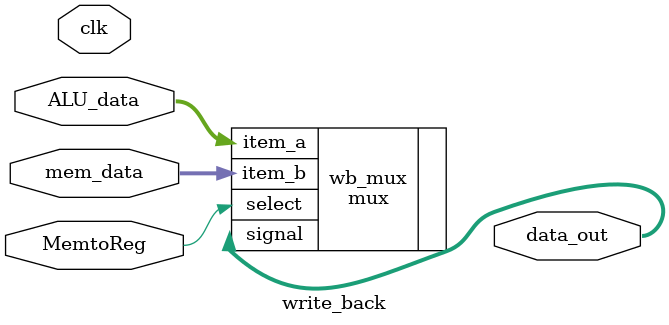
<source format=v>
`timescale 1ns / 1ps
module write_back
	#(
	parameter B=32, D=5
	)
	(
	input clk,
	input wire[B-1:0]mem_data,
	input wire[B-1:0]ALU_data,
	input wire MemtoReg,
	//input wire[D-1:0]instruction,
	output wire [B-1:0] data_out
   );
	mux wb_mux (
	.select(MemtoReg),
	.item_a(ALU_data),
	.item_b(mem_data),
	.signal(data_out)
	);
	


endmodule

</source>
